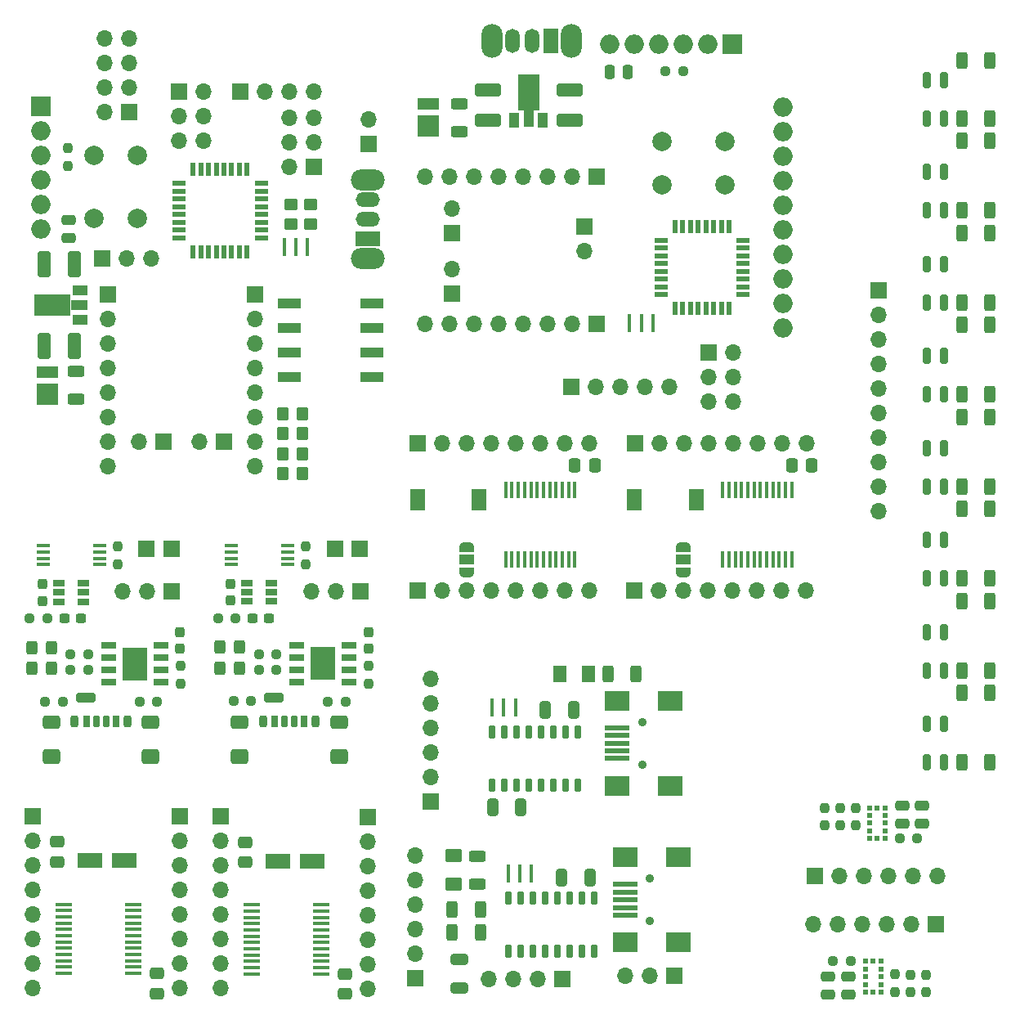
<source format=gbr>
%TF.GenerationSoftware,KiCad,Pcbnew,7.0.8*%
%TF.CreationDate,2024-03-05T23:25:34+02:00*%
%TF.ProjectId,JLC4_RoboChalangeBoards,4a4c4334-5f52-46f6-926f-4368616c616e,rev?*%
%TF.SameCoordinates,Original*%
%TF.FileFunction,Soldermask,Top*%
%TF.FilePolarity,Negative*%
%FSLAX46Y46*%
G04 Gerber Fmt 4.6, Leading zero omitted, Abs format (unit mm)*
G04 Created by KiCad (PCBNEW 7.0.8) date 2024-03-05 23:25:34*
%MOMM*%
%LPD*%
G01*
G04 APERTURE LIST*
G04 Aperture macros list*
%AMRoundRect*
0 Rectangle with rounded corners*
0 $1 Rounding radius*
0 $2 $3 $4 $5 $6 $7 $8 $9 X,Y pos of 4 corners*
0 Add a 4 corners polygon primitive as box body*
4,1,4,$2,$3,$4,$5,$6,$7,$8,$9,$2,$3,0*
0 Add four circle primitives for the rounded corners*
1,1,$1+$1,$2,$3*
1,1,$1+$1,$4,$5*
1,1,$1+$1,$6,$7*
1,1,$1+$1,$8,$9*
0 Add four rect primitives between the rounded corners*
20,1,$1+$1,$2,$3,$4,$5,0*
20,1,$1+$1,$4,$5,$6,$7,0*
20,1,$1+$1,$6,$7,$8,$9,0*
20,1,$1+$1,$8,$9,$2,$3,0*%
%AMFreePoly0*
4,1,19,0.550000,-0.750000,0.000000,-0.750000,0.000000,-0.744911,-0.071157,-0.744911,-0.207708,-0.704816,-0.327430,-0.627875,-0.420627,-0.520320,-0.479746,-0.390866,-0.500000,-0.250000,-0.500000,0.250000,-0.479746,0.390866,-0.420627,0.520320,-0.327430,0.627875,-0.207708,0.704816,-0.071157,0.744911,0.000000,0.744911,0.000000,0.750000,0.550000,0.750000,0.550000,-0.750000,0.550000,-0.750000,
$1*%
%AMFreePoly1*
4,1,19,0.000000,0.744911,0.071157,0.744911,0.207708,0.704816,0.327430,0.627875,0.420627,0.520320,0.479746,0.390866,0.500000,0.250000,0.500000,-0.250000,0.479746,-0.390866,0.420627,-0.520320,0.327430,-0.627875,0.207708,-0.704816,0.071157,-0.744911,0.000000,-0.744911,0.000000,-0.750000,-0.550000,-0.750000,-0.550000,0.750000,0.000000,0.750000,0.000000,0.744911,0.000000,0.744911,
$1*%
G04 Aperture macros list end*
%ADD10RoundRect,0.250000X-0.350000X-0.450000X0.350000X-0.450000X0.350000X0.450000X-0.350000X0.450000X0*%
%ADD11R,1.700000X1.700000*%
%ADD12O,1.700000X1.700000*%
%ADD13R,0.400000X1.900000*%
%ADD14RoundRect,0.250000X-0.750000X0.250000X-0.750000X-0.250000X0.750000X-0.250000X0.750000X0.250000X0*%
%ADD15C,2.000000*%
%ADD16R,1.750000X0.450000*%
%ADD17R,1.200000X0.650000*%
%ADD18RoundRect,0.250000X0.325000X0.450000X-0.325000X0.450000X-0.325000X-0.450000X0.325000X-0.450000X0*%
%ADD19R,0.508000X1.422400*%
%ADD20R,1.422400X0.508000*%
%ADD21RoundRect,0.250000X-0.450000X0.350000X-0.450000X-0.350000X0.450000X-0.350000X0.450000X0.350000X0*%
%ADD22FreePoly0,270.000000*%
%ADD23R,1.500000X1.000000*%
%ADD24FreePoly1,270.000000*%
%ADD25RoundRect,0.250000X1.100000X-0.412500X1.100000X0.412500X-1.100000X0.412500X-1.100000X-0.412500X0*%
%ADD26RoundRect,0.250001X0.462499X0.624999X-0.462499X0.624999X-0.462499X-0.624999X0.462499X-0.624999X0*%
%ADD27RoundRect,0.250000X0.312500X0.625000X-0.312500X0.625000X-0.312500X-0.625000X0.312500X-0.625000X0*%
%ADD28RoundRect,0.250000X-0.625000X0.312500X-0.625000X-0.312500X0.625000X-0.312500X0.625000X0.312500X0*%
%ADD29R,1.000000X1.500000*%
%ADD30R,2.200000X3.700000*%
%ADD31R,1.000000X1.800000*%
%ADD32RoundRect,0.237500X-0.237500X0.250000X-0.237500X-0.250000X0.237500X-0.250000X0.237500X0.250000X0*%
%ADD33RoundRect,0.237500X0.237500X-0.250000X0.237500X0.250000X-0.237500X0.250000X-0.237500X-0.250000X0*%
%ADD34R,1.475000X0.450000*%
%ADD35RoundRect,0.250000X-0.312500X-0.625000X0.312500X-0.625000X0.312500X0.625000X-0.312500X0.625000X0*%
%ADD36RoundRect,0.250000X0.475000X-0.337500X0.475000X0.337500X-0.475000X0.337500X-0.475000X-0.337500X0*%
%ADD37RoundRect,0.237500X-0.250000X-0.237500X0.250000X-0.237500X0.250000X0.237500X-0.250000X0.237500X0*%
%ADD38RoundRect,0.250000X-0.325000X-0.650000X0.325000X-0.650000X0.325000X0.650000X-0.325000X0.650000X0*%
%ADD39RoundRect,0.250000X0.325000X0.650000X-0.325000X0.650000X-0.325000X-0.650000X0.325000X-0.650000X0*%
%ADD40R,1.500000X2.200000*%
%ADD41R,3.700000X2.200000*%
%ADD42R,1.800000X1.000000*%
%ADD43RoundRect,0.250000X1.050000X0.550000X-1.050000X0.550000X-1.050000X-0.550000X1.050000X-0.550000X0*%
%ADD44RoundRect,0.250000X0.475000X-0.250000X0.475000X0.250000X-0.475000X0.250000X-0.475000X-0.250000X0*%
%ADD45R,2.200000X2.200000*%
%ADD46R,2.200000X1.250000*%
%ADD47RoundRect,0.237500X-0.300000X-0.237500X0.300000X-0.237500X0.300000X0.237500X-0.300000X0.237500X0*%
%ADD48C,0.900000*%
%ADD49R,2.500000X0.500000*%
%ADD50R,2.500000X2.000000*%
%ADD51O,3.500000X2.200000*%
%ADD52R,2.500000X1.500000*%
%ADD53O,2.500000X1.500000*%
%ADD54RoundRect,0.250000X-0.250000X-0.475000X0.250000X-0.475000X0.250000X0.475000X-0.250000X0.475000X0*%
%ADD55RoundRect,0.250000X-0.337500X-0.475000X0.337500X-0.475000X0.337500X0.475000X-0.337500X0.475000X0*%
%ADD56R,2.440000X1.120000*%
%ADD57R,0.450000X1.750000*%
%ADD58RoundRect,0.250000X-0.475000X0.337500X-0.475000X-0.337500X0.475000X-0.337500X0.475000X0.337500X0*%
%ADD59RoundRect,0.250000X0.412500X1.100000X-0.412500X1.100000X-0.412500X-1.100000X0.412500X-1.100000X0*%
%ADD60RoundRect,0.197500X0.197500X0.632500X-0.197500X0.632500X-0.197500X-0.632500X0.197500X-0.632500X0*%
%ADD61RoundRect,0.049600X-0.260400X0.605400X-0.260400X-0.605400X0.260400X-0.605400X0.260400X0.605400X0*%
%ADD62RoundRect,0.250000X-0.475000X0.250000X-0.475000X-0.250000X0.475000X-0.250000X0.475000X0.250000X0*%
%ADD63RoundRect,0.250000X0.650000X-0.325000X0.650000X0.325000X-0.650000X0.325000X-0.650000X-0.325000X0*%
%ADD64RoundRect,0.237500X-0.237500X0.300000X-0.237500X-0.300000X0.237500X-0.300000X0.237500X0.300000X0*%
%ADD65RoundRect,0.250000X-0.412500X-1.100000X0.412500X-1.100000X0.412500X1.100000X-0.412500X1.100000X0*%
%ADD66R,2.000000X2.000000*%
%ADD67O,2.000000X2.000000*%
%ADD68RoundRect,0.175000X-0.175000X-0.425000X0.175000X-0.425000X0.175000X0.425000X-0.175000X0.425000X0*%
%ADD69RoundRect,0.190000X0.190000X0.410000X-0.190000X0.410000X-0.190000X-0.410000X0.190000X-0.410000X0*%
%ADD70RoundRect,0.200000X0.200000X0.400000X-0.200000X0.400000X-0.200000X-0.400000X0.200000X-0.400000X0*%
%ADD71RoundRect,0.175000X0.175000X0.425000X-0.175000X0.425000X-0.175000X-0.425000X0.175000X-0.425000X0*%
%ADD72RoundRect,0.190000X-0.190000X-0.410000X0.190000X-0.410000X0.190000X0.410000X-0.190000X0.410000X0*%
%ADD73RoundRect,0.200000X-0.200000X-0.400000X0.200000X-0.400000X0.200000X0.400000X-0.200000X0.400000X0*%
%ADD74RoundRect,0.250000X-0.650000X-0.425000X0.650000X-0.425000X0.650000X0.425000X-0.650000X0.425000X0*%
%ADD75RoundRect,0.250000X-0.650000X-0.500000X0.650000X-0.500000X0.650000X0.500000X-0.650000X0.500000X0*%
%ADD76O,2.200000X3.500000*%
%ADD77R,1.500000X2.500000*%
%ADD78O,1.500000X2.500000*%
%ADD79R,1.525000X0.700000*%
%ADD80R,2.513000X3.402000*%
%ADD81RoundRect,0.237500X0.250000X0.237500X-0.250000X0.237500X-0.250000X-0.237500X0.250000X-0.237500X0*%
%ADD82RoundRect,0.250001X0.624999X-0.462499X0.624999X0.462499X-0.624999X0.462499X-0.624999X-0.462499X0*%
%ADD83R,0.500000X0.500000*%
%ADD84RoundRect,0.250000X0.625000X-0.312500X0.625000X0.312500X-0.625000X0.312500X-0.625000X-0.312500X0*%
G04 APERTURE END LIST*
D10*
%TO.C,R7*%
X67130000Y-96540000D03*
X69130000Y-96540000D03*
%TD*%
D11*
%TO.C,J3*%
X107660000Y-148495000D03*
D12*
X105120000Y-148495000D03*
X102580000Y-148495000D03*
%TD*%
D13*
%TO.C,Y1*%
X103035000Y-80922800D03*
X104235000Y-80922800D03*
X105435000Y-80922800D03*
%TD*%
D14*
%TO.C,VCC*%
X46690000Y-119690000D03*
%TD*%
D15*
%TO.C,SW2*%
X52010000Y-63590000D03*
X52010000Y-70090000D03*
X47510000Y-63590000D03*
X47510000Y-70090000D03*
%TD*%
D11*
%TO.C,J7*%
X84660000Y-77865000D03*
D12*
X84660000Y-75325000D03*
%TD*%
D11*
%TO.C,J9*%
X99635000Y-81040000D03*
D12*
X97095000Y-81040000D03*
X94555000Y-81040000D03*
X92015000Y-81040000D03*
X89475000Y-81040000D03*
X86935000Y-81040000D03*
X84395000Y-81040000D03*
X81855000Y-81040000D03*
%TD*%
D16*
%TO.C,U2*%
X63897600Y-141166000D03*
X63897600Y-141816000D03*
X63897600Y-142466000D03*
X63897600Y-143116000D03*
X63897600Y-143766000D03*
X63897600Y-144416000D03*
X63897600Y-145066000D03*
X63897600Y-145716000D03*
X63897600Y-146366000D03*
X63897600Y-147016000D03*
X63897600Y-147666000D03*
X63897600Y-148316000D03*
X71097600Y-148316000D03*
X71097600Y-147666000D03*
X71097600Y-147016000D03*
X71097600Y-146366000D03*
X71097600Y-145716000D03*
X71097600Y-145066000D03*
X71097600Y-144416000D03*
X71097600Y-143766000D03*
X71097600Y-143116000D03*
X71097600Y-142466000D03*
X71097600Y-141816000D03*
X71097600Y-141166000D03*
%TD*%
D17*
%TO.C,U3*%
X46420000Y-109770000D03*
X46420000Y-108820000D03*
X46420000Y-107870000D03*
X43920000Y-107870000D03*
X43920000Y-108820000D03*
X43920000Y-109770000D03*
%TD*%
D18*
%TO.C,D1*%
X62620000Y-116680000D03*
X60570000Y-116680000D03*
%TD*%
D19*
%TO.C,U1*%
X57807201Y-73565000D03*
X58607199Y-73565000D03*
X59407200Y-73565000D03*
X60207201Y-73565000D03*
X61007199Y-73565000D03*
X61807200Y-73565000D03*
X62607199Y-73565000D03*
X63407199Y-73565000D03*
D20*
X64874400Y-72097799D03*
X64874400Y-71297801D03*
X64874400Y-70497800D03*
X64874400Y-69697799D03*
X64874400Y-68897801D03*
X64874400Y-68097800D03*
X64874400Y-67297801D03*
X64874400Y-66497801D03*
D19*
X63407199Y-65030600D03*
X62607201Y-65030600D03*
X61807200Y-65030600D03*
X61007199Y-65030600D03*
X60207201Y-65030600D03*
X59407200Y-65030600D03*
X58607201Y-65030600D03*
X57807201Y-65030600D03*
D20*
X56340000Y-66497801D03*
X56340000Y-67297799D03*
X56340000Y-68097800D03*
X56340000Y-68897801D03*
X56340000Y-69697799D03*
X56340000Y-70497800D03*
X56340000Y-71297799D03*
X56340000Y-72097799D03*
%TD*%
D18*
%TO.C,D2*%
X43122000Y-114515000D03*
X41072000Y-114515000D03*
%TD*%
D21*
%TO.C,R11*%
X67930000Y-68680000D03*
X67930000Y-70680000D03*
%TD*%
D22*
%TO.C,JP1*%
X86120000Y-104120000D03*
D23*
X86120000Y-105420000D03*
D24*
X86120000Y-106720000D03*
%TD*%
D11*
%TO.C,J1*%
X98335000Y-70940000D03*
D12*
X98335000Y-73480000D03*
%TD*%
D18*
%TO.C,D2*%
X62620000Y-114500000D03*
X60570000Y-114500000D03*
%TD*%
D25*
%TO.C,C3*%
X88330000Y-59925000D03*
X88330000Y-56800000D03*
%TD*%
D26*
%TO.C,LED*%
X98762500Y-117265000D03*
X95787500Y-117265000D03*
%TD*%
D27*
%TO.C,R15*%
X140371250Y-119230000D03*
X137446250Y-119230000D03*
%TD*%
%TO.C,R7*%
X140371250Y-100155000D03*
X137446250Y-100155000D03*
%TD*%
D11*
%TO.C,J8*%
X48350000Y-74260000D03*
D12*
X50890000Y-74260000D03*
X53430000Y-74260000D03*
%TD*%
D28*
%TO.C,R1*%
X45657800Y-85927200D03*
X45657800Y-88852200D03*
%TD*%
D29*
%TO.C,U2*%
X91060000Y-59940000D03*
D30*
X92560000Y-57040000D03*
D31*
X92560000Y-59790000D03*
D29*
X94060000Y-59940000D03*
%TD*%
D13*
%TO.C,Y1*%
X69640000Y-73080000D03*
X68440000Y-73080000D03*
X67240000Y-73080000D03*
%TD*%
D25*
%TO.C,C2*%
X96810000Y-59925000D03*
X96810000Y-56800000D03*
%TD*%
D13*
%TO.C,12MHz*%
X88795000Y-120745000D03*
X89995000Y-120745000D03*
X91195000Y-120745000D03*
%TD*%
D32*
%TO.C,R2*%
X126450000Y-131125000D03*
X126450000Y-132950000D03*
%TD*%
D33*
%TO.C,R20*%
X49990000Y-105892500D03*
X49990000Y-104067500D03*
%TD*%
D34*
%TO.C,U2*%
X61750000Y-103990000D03*
X61750000Y-104640000D03*
X61750000Y-105290000D03*
X61750000Y-105940000D03*
X67626000Y-105940000D03*
X67626000Y-105290000D03*
X67626000Y-104640000D03*
X67626000Y-103990000D03*
%TD*%
D35*
%TO.C,R2*%
X84637500Y-141655000D03*
X87562500Y-141655000D03*
%TD*%
D22*
%TO.C,JP1*%
X108606000Y-104120000D03*
D23*
X108606000Y-105420000D03*
D24*
X108606000Y-106720000D03*
%TD*%
D36*
%TO.C,C4*%
X43750000Y-136717500D03*
X43750000Y-134642500D03*
%TD*%
D11*
%TO.C,J2*%
X97017200Y-87522800D03*
D12*
X99557200Y-87522800D03*
X102097200Y-87522800D03*
X104637200Y-87522800D03*
X107177200Y-87522800D03*
%TD*%
D37*
%TO.C,R1*%
X45109500Y-116865000D03*
X46934500Y-116865000D03*
%TD*%
D38*
%TO.C,C4*%
X95945000Y-138335000D03*
X98895000Y-138335000D03*
%TD*%
D39*
%TO.C,100nF*%
X97270000Y-120945000D03*
X94320000Y-120945000D03*
%TD*%
D21*
%TO.C,R12*%
X69940000Y-68680000D03*
X69940000Y-70680000D03*
%TD*%
D40*
%TO.C,L1*%
X81030000Y-99190000D03*
X87430000Y-99190000D03*
%TD*%
D37*
%TO.C,R4*%
X124117500Y-147010000D03*
X125942500Y-147010000D03*
%TD*%
D11*
%TO.C,J7*%
X60966186Y-93190228D03*
D12*
X58426186Y-93190228D03*
%TD*%
D27*
%TO.C,R6*%
X140371250Y-69280000D03*
X137446250Y-69280000D03*
%TD*%
D23*
%TO.C,U2*%
X46128750Y-80590000D03*
D41*
X43228750Y-79090000D03*
D42*
X45978750Y-79090000D03*
D23*
X46128750Y-77590000D03*
%TD*%
D27*
%TO.C,R11*%
X140371250Y-109705000D03*
X137446250Y-109705000D03*
%TD*%
D11*
%TO.C,SW1*%
X75118000Y-108685000D03*
D12*
X72578000Y-108685000D03*
X70038000Y-108685000D03*
%TD*%
D35*
%TO.C,R3*%
X84657500Y-143985000D03*
X87582500Y-143985000D03*
%TD*%
D43*
%TO.C,C3*%
X70187600Y-136656000D03*
X66587600Y-136656000D03*
%TD*%
D44*
%TO.C,C3*%
X44895000Y-72140000D03*
X44895000Y-70240000D03*
%TD*%
D45*
%TO.C,D1*%
X82185000Y-60490000D03*
D46*
X82185000Y-58215000D03*
%TD*%
D11*
%TO.C,J3*%
X53000000Y-104280000D03*
%TD*%
D37*
%TO.C,R2*%
X64607500Y-115230000D03*
X66432500Y-115230000D03*
%TD*%
D43*
%TO.C,C3*%
X50700000Y-136600000D03*
X47100000Y-136600000D03*
%TD*%
D37*
%TO.C,R1*%
X106727500Y-54890000D03*
X108552500Y-54890000D03*
%TD*%
D11*
%TO.C,J20*%
X48948586Y-77952500D03*
D12*
X48948586Y-80492500D03*
X48948586Y-83032500D03*
X48948586Y-85572500D03*
X48948586Y-88112500D03*
X48948586Y-90652500D03*
X48948586Y-93192500D03*
X48948586Y-95732500D03*
%TD*%
D11*
%TO.C,J2*%
X70320000Y-64730000D03*
D12*
X67780000Y-64730000D03*
X70320000Y-62190000D03*
X67780000Y-62190000D03*
X70320000Y-59650000D03*
X67780000Y-59650000D03*
%TD*%
D47*
%TO.C,C3*%
X63975500Y-111515000D03*
X65700500Y-111515000D03*
%TD*%
D48*
%TO.C,USB*%
X104320000Y-126620000D03*
X104320000Y-122220000D03*
D49*
X101720000Y-126020000D03*
X101720000Y-125220000D03*
X101720000Y-124420000D03*
X101720000Y-123620000D03*
X101720000Y-122820000D03*
D50*
X101720000Y-128820000D03*
X107220000Y-128820000D03*
X101720000Y-120020000D03*
X107220000Y-120020000D03*
%TD*%
D37*
%TO.C,R19*%
X40877500Y-111530000D03*
X42702500Y-111530000D03*
%TD*%
D11*
%TO.C,J2*%
X75098000Y-104265000D03*
%TD*%
D51*
%TO.C,SW1*%
X75890000Y-74290000D03*
X75890000Y-66090000D03*
D52*
X75890000Y-72190000D03*
D53*
X75890000Y-70190000D03*
X75890000Y-68190000D03*
%TD*%
D54*
%TO.C,C6*%
X100965000Y-54910000D03*
X102865000Y-54910000D03*
%TD*%
D55*
%TO.C,C5*%
X97342500Y-95710000D03*
X99417500Y-95710000D03*
%TD*%
D17*
%TO.C,U3*%
X65918000Y-109755000D03*
X65918000Y-108805000D03*
X65918000Y-107855000D03*
X63418000Y-107855000D03*
X63418000Y-108805000D03*
X63418000Y-109755000D03*
%TD*%
D10*
%TO.C,R10*%
X67130000Y-90300000D03*
X69130000Y-90300000D03*
%TD*%
D56*
%TO.C,SW3*%
X67760000Y-78870000D03*
X67760000Y-81410000D03*
X67760000Y-83950000D03*
X67760000Y-86490000D03*
X76370000Y-86490000D03*
X76370000Y-83950000D03*
X76370000Y-81410000D03*
X76370000Y-78870000D03*
%TD*%
D57*
%TO.C,U2*%
X112686000Y-105380000D03*
X113336000Y-105380000D03*
X113986000Y-105380000D03*
X114636000Y-105380000D03*
X115286000Y-105380000D03*
X115936000Y-105380000D03*
X116586000Y-105380000D03*
X117236000Y-105380000D03*
X117886000Y-105380000D03*
X118536000Y-105380000D03*
X119186000Y-105380000D03*
X119836000Y-105380000D03*
X119836000Y-98180000D03*
X119186000Y-98180000D03*
X118536000Y-98180000D03*
X117886000Y-98180000D03*
X117236000Y-98180000D03*
X116586000Y-98180000D03*
X115936000Y-98180000D03*
X115286000Y-98180000D03*
X114636000Y-98180000D03*
X113986000Y-98180000D03*
X113336000Y-98180000D03*
X112686000Y-98180000D03*
%TD*%
D32*
%TO.C,R1*%
X124850000Y-131120000D03*
X124850000Y-132945000D03*
%TD*%
D11*
%TO.C,SW1*%
X55620000Y-108700000D03*
D12*
X53080000Y-108700000D03*
X50540000Y-108700000D03*
%TD*%
D35*
%TO.C,2.7K*%
X100782500Y-117245000D03*
X103707500Y-117245000D03*
%TD*%
D27*
%TO.C,R9*%
X140371250Y-116905000D03*
X137446250Y-116905000D03*
%TD*%
D33*
%TO.C,R3*%
X133710000Y-150212500D03*
X133710000Y-148387500D03*
%TD*%
D58*
%TO.C,C5*%
X54080000Y-148252500D03*
X54080000Y-150327500D03*
%TD*%
D10*
%TO.C,R9*%
X67130000Y-92380000D03*
X69130000Y-92380000D03*
%TD*%
D59*
%TO.C,C1*%
X45511250Y-74880000D03*
X42386250Y-74880000D03*
%TD*%
D18*
%TO.C,D1*%
X43122000Y-116695000D03*
X41072000Y-116695000D03*
%TD*%
D11*
%TO.C,J3*%
X111245000Y-83960000D03*
D12*
X113785000Y-83960000D03*
X111245000Y-86500000D03*
X113785000Y-86500000D03*
X111245000Y-89040000D03*
X113785000Y-89040000D03*
%TD*%
D60*
%TO.C,U7*%
X135633750Y-122430000D03*
X135633750Y-126430000D03*
X133833750Y-122430000D03*
X133833750Y-126430000D03*
%TD*%
D61*
%TO.C,U2*%
X99332500Y-140487500D03*
X98062500Y-140487500D03*
X96792500Y-140487500D03*
X95522500Y-140487500D03*
X94252500Y-140487500D03*
X92982500Y-140487500D03*
X91712500Y-140487500D03*
X90442500Y-140487500D03*
X90442500Y-145987500D03*
X91712500Y-145987500D03*
X92982500Y-145987500D03*
X94252500Y-145987500D03*
X95522500Y-145987500D03*
X96792500Y-145987500D03*
X98062500Y-145987500D03*
X99332500Y-145987500D03*
%TD*%
D33*
%TO.C,R1*%
X132090000Y-150200000D03*
X132090000Y-148375000D03*
%TD*%
D58*
%TO.C,C5*%
X73567600Y-148308500D03*
X73567600Y-150383500D03*
%TD*%
D32*
%TO.C,R3*%
X123230000Y-131107500D03*
X123230000Y-132932500D03*
%TD*%
%TO.C,R2*%
X44800000Y-62857500D03*
X44800000Y-64682500D03*
%TD*%
D62*
%TO.C,C2*%
X123610000Y-148570000D03*
X123610000Y-150470000D03*
%TD*%
D63*
%TO.C,C6*%
X85350000Y-149790000D03*
X85350000Y-146840000D03*
%TD*%
D33*
%TO.C,R20*%
X69488000Y-105877500D03*
X69488000Y-104052500D03*
%TD*%
D64*
%TO.C,C2*%
X56470000Y-112927500D03*
X56470000Y-114652500D03*
%TD*%
D11*
%TO.C,J6*%
X84660000Y-71615000D03*
D12*
X84660000Y-69075000D03*
%TD*%
D14*
%TO.C,VCC*%
X66188000Y-119675000D03*
%TD*%
D65*
%TO.C,C2*%
X42396250Y-83340000D03*
X45521250Y-83340000D03*
%TD*%
D27*
%TO.C,R10*%
X140371250Y-78805000D03*
X137446250Y-78805000D03*
%TD*%
D64*
%TO.C,C1*%
X42170000Y-107957500D03*
X42170000Y-109682500D03*
%TD*%
D57*
%TO.C,U2*%
X90200000Y-105380000D03*
X90850000Y-105380000D03*
X91500000Y-105380000D03*
X92150000Y-105380000D03*
X92800000Y-105380000D03*
X93450000Y-105380000D03*
X94100000Y-105380000D03*
X94750000Y-105380000D03*
X95400000Y-105380000D03*
X96050000Y-105380000D03*
X96700000Y-105380000D03*
X97350000Y-105380000D03*
X97350000Y-98180000D03*
X96700000Y-98180000D03*
X96050000Y-98180000D03*
X95400000Y-98180000D03*
X94750000Y-98180000D03*
X94100000Y-98180000D03*
X93450000Y-98180000D03*
X92800000Y-98180000D03*
X92150000Y-98180000D03*
X91500000Y-98180000D03*
X90850000Y-98180000D03*
X90200000Y-98180000D03*
%TD*%
D10*
%TO.C,R8*%
X67130000Y-94460000D03*
X69130000Y-94460000D03*
%TD*%
D11*
%TO.C,J10*%
X62695126Y-56974874D03*
D12*
X65235126Y-56974874D03*
X67775126Y-56974874D03*
X70315126Y-56974874D03*
%TD*%
D61*
%TO.C,CH340G*%
X97667500Y-123297500D03*
X96397500Y-123297500D03*
X95127500Y-123297500D03*
X93857500Y-123297500D03*
X92587500Y-123297500D03*
X91317500Y-123297500D03*
X90047500Y-123297500D03*
X88777500Y-123297500D03*
X88777500Y-128797500D03*
X90047500Y-128797500D03*
X91317500Y-128797500D03*
X92587500Y-128797500D03*
X93857500Y-128797500D03*
X95127500Y-128797500D03*
X96397500Y-128797500D03*
X97667500Y-128797500D03*
%TD*%
D33*
%TO.C,R5*%
X75978000Y-118237500D03*
X75978000Y-116412500D03*
%TD*%
D27*
%TO.C,R12*%
X140371250Y-71605000D03*
X137446250Y-71605000D03*
%TD*%
D11*
%TO.C,J4*%
X80840000Y-148785000D03*
D12*
X80840000Y-146245000D03*
X80840000Y-143705000D03*
X80840000Y-141165000D03*
X80840000Y-138625000D03*
X80840000Y-136085000D03*
%TD*%
D64*
%TO.C,C2*%
X75968000Y-112912500D03*
X75968000Y-114637500D03*
%TD*%
D44*
%TO.C,C1*%
X131240000Y-132760000D03*
X131240000Y-130860000D03*
%TD*%
D11*
%TO.C,J21*%
X64213586Y-77967500D03*
D12*
X64213586Y-80507500D03*
X64213586Y-83047500D03*
X64213586Y-85587500D03*
X64213586Y-88127500D03*
X64213586Y-90667500D03*
X64213586Y-93207500D03*
X64213586Y-95747500D03*
%TD*%
D66*
%TO.C,J5*%
X42040000Y-58460000D03*
D67*
X42040000Y-61000000D03*
X42040000Y-63540000D03*
X42040000Y-66080000D03*
X42040000Y-68620000D03*
X42040000Y-71160000D03*
%TD*%
D27*
%TO.C,R13*%
X140371250Y-126430000D03*
X137446250Y-126430000D03*
%TD*%
D68*
%TO.C,J1*%
X67278000Y-122165000D03*
D69*
X69298000Y-122165000D03*
D70*
X70528000Y-122165000D03*
D71*
X68278000Y-122165000D03*
D72*
X66258000Y-122165000D03*
D73*
X65028000Y-122165000D03*
D74*
X62653000Y-122220000D03*
D75*
X62653000Y-125800000D03*
D74*
X72903000Y-122220000D03*
D75*
X72903000Y-125800000D03*
%TD*%
D37*
%TO.C,R6*%
X52257500Y-120160000D03*
X54082500Y-120160000D03*
%TD*%
D27*
%TO.C,R3*%
X140358750Y-90655000D03*
X137433750Y-90655000D03*
%TD*%
D11*
%TO.C,REF\u002A\u002A*%
X82432500Y-130425000D03*
D12*
X82432500Y-127885000D03*
X82432500Y-125345000D03*
X82432500Y-122805000D03*
X82432500Y-120265000D03*
X82432500Y-117725000D03*
%TD*%
D11*
%TO.C,J2*%
X55600000Y-104280000D03*
%TD*%
D47*
%TO.C,C3*%
X44477500Y-111530000D03*
X46202500Y-111530000D03*
%TD*%
D27*
%TO.C,R4*%
X140371250Y-53730000D03*
X137446250Y-53730000D03*
%TD*%
D20*
%TO.C,U1*%
X106267800Y-72372801D03*
X106267800Y-73172799D03*
X106267800Y-73972800D03*
X106267800Y-74772801D03*
X106267800Y-75572799D03*
X106267800Y-76372800D03*
X106267800Y-77172799D03*
X106267800Y-77972799D03*
D19*
X107735001Y-79440000D03*
X108534999Y-79440000D03*
X109335000Y-79440000D03*
X110135001Y-79440000D03*
X110934999Y-79440000D03*
X111735000Y-79440000D03*
X112534999Y-79440000D03*
X113334999Y-79440000D03*
D20*
X114802200Y-77972799D03*
X114802200Y-77172801D03*
X114802200Y-76372800D03*
X114802200Y-75572799D03*
X114802200Y-74772801D03*
X114802200Y-73972800D03*
X114802200Y-73172801D03*
X114802200Y-72372801D03*
D19*
X113334999Y-70905600D03*
X112535001Y-70905600D03*
X111735000Y-70905600D03*
X110934999Y-70905600D03*
X110135001Y-70905600D03*
X109335000Y-70905600D03*
X108535001Y-70905600D03*
X107735001Y-70905600D03*
%TD*%
D76*
%TO.C,SW2*%
X96985000Y-51740000D03*
X88785000Y-51740000D03*
D77*
X94885000Y-51740000D03*
D78*
X92885000Y-51740000D03*
X90885000Y-51740000D03*
%TD*%
D60*
%TO.C,U1*%
X135633750Y-93855000D03*
X135633750Y-97855000D03*
X133833750Y-93855000D03*
X133833750Y-97855000D03*
%TD*%
D48*
%TO.C,J1*%
X105150000Y-142835000D03*
X105150000Y-138435000D03*
D49*
X102550000Y-142235000D03*
X102550000Y-141435000D03*
X102550000Y-140635000D03*
X102550000Y-139835000D03*
X102550000Y-139035000D03*
D50*
X102550000Y-145035000D03*
X108050000Y-145035000D03*
X102550000Y-136235000D03*
X108050000Y-136235000D03*
%TD*%
D34*
%TO.C,U2*%
X42252000Y-104005000D03*
X42252000Y-104655000D03*
X42252000Y-105305000D03*
X42252000Y-105955000D03*
X48128000Y-105955000D03*
X48128000Y-105305000D03*
X48128000Y-104655000D03*
X48128000Y-104005000D03*
%TD*%
D37*
%TO.C,R2*%
X45109500Y-115245000D03*
X46934500Y-115245000D03*
%TD*%
D13*
%TO.C,Y1*%
X92860000Y-137935000D03*
X91660000Y-137935000D03*
X90460000Y-137935000D03*
%TD*%
D11*
%TO.C,J2*%
X96030000Y-148815000D03*
D12*
X93490000Y-148815000D03*
X90950000Y-148815000D03*
X88410000Y-148815000D03*
%TD*%
D60*
%TO.C,U4*%
X135633750Y-65280000D03*
X135633750Y-69280000D03*
X133833750Y-65280000D03*
X133833750Y-69280000D03*
%TD*%
%TO.C,U5*%
X135633750Y-112905000D03*
X135633750Y-116905000D03*
X133833750Y-112905000D03*
X133833750Y-116905000D03*
%TD*%
D79*
%TO.C,U1*%
X73972000Y-118095000D03*
X73972000Y-116825000D03*
X73972000Y-115555000D03*
X73972000Y-114285000D03*
X68548000Y-114285000D03*
X68548000Y-115555000D03*
X68548000Y-116825000D03*
X68548000Y-118095000D03*
D80*
X71260000Y-116190000D03*
%TD*%
D81*
%TO.C,R7*%
X44322500Y-120110000D03*
X42497500Y-120110000D03*
%TD*%
D62*
%TO.C,C1*%
X125700000Y-148560000D03*
X125700000Y-150460000D03*
%TD*%
D33*
%TO.C,R5*%
X56480000Y-118252500D03*
X56480000Y-116427500D03*
%TD*%
D39*
%TO.C,100nF*%
X91770000Y-131095000D03*
X88820000Y-131095000D03*
%TD*%
D27*
%TO.C,R5*%
X140371250Y-107380000D03*
X137446250Y-107380000D03*
%TD*%
%TO.C,R16*%
X140371250Y-81130000D03*
X137446250Y-81130000D03*
%TD*%
D36*
%TO.C,C4*%
X63237600Y-136773500D03*
X63237600Y-134698500D03*
%TD*%
D40*
%TO.C,L1*%
X103516000Y-99190000D03*
X109916000Y-99190000D03*
%TD*%
D27*
%TO.C,R14*%
X140371250Y-88330000D03*
X137446250Y-88330000D03*
%TD*%
D45*
%TO.C,D1*%
X42678750Y-88270000D03*
D46*
X42678750Y-85995000D03*
%TD*%
D33*
%TO.C,R2*%
X130490000Y-150195000D03*
X130490000Y-148370000D03*
%TD*%
D27*
%TO.C,R8*%
X140371250Y-62080000D03*
X137446250Y-62080000D03*
%TD*%
D60*
%TO.C,U6*%
X135633750Y-74805000D03*
X135633750Y-78805000D03*
X133833750Y-74805000D03*
X133833750Y-78805000D03*
%TD*%
D27*
%TO.C,R2*%
X140371250Y-59755000D03*
X137446250Y-59755000D03*
%TD*%
D64*
%TO.C,C1*%
X61668000Y-107942500D03*
X61668000Y-109667500D03*
%TD*%
D60*
%TO.C,U3*%
X135633750Y-103380000D03*
X135633750Y-107380000D03*
X133833750Y-103380000D03*
X133833750Y-107380000D03*
%TD*%
D67*
%TO.C,J5*%
X118935000Y-58590000D03*
X118935000Y-61130000D03*
X118935000Y-63670000D03*
X118935000Y-66210000D03*
X118935000Y-68750000D03*
X118935000Y-71290000D03*
X118935000Y-73830000D03*
X118935000Y-76370000D03*
X118935000Y-78910000D03*
X118935000Y-81450000D03*
%TD*%
D55*
%TO.C,C5*%
X119828500Y-95710000D03*
X121903500Y-95710000D03*
%TD*%
D11*
%TO.C,J3*%
X72498000Y-104265000D03*
%TD*%
D79*
%TO.C,U1*%
X54474000Y-118110000D03*
X54474000Y-116840000D03*
X54474000Y-115570000D03*
X54474000Y-114300000D03*
X49050000Y-114300000D03*
X49050000Y-115570000D03*
X49050000Y-116840000D03*
X49050000Y-118110000D03*
D80*
X51762000Y-116205000D03*
%TD*%
D11*
%TO.C,J8*%
X99650000Y-65775000D03*
D12*
X97110000Y-65775000D03*
X94570000Y-65775000D03*
X92030000Y-65775000D03*
X89490000Y-65775000D03*
X86950000Y-65775000D03*
X84410000Y-65775000D03*
X81870000Y-65775000D03*
%TD*%
D37*
%TO.C,R1*%
X64607500Y-116850000D03*
X66432500Y-116850000D03*
%TD*%
D27*
%TO.C,R1*%
X140371250Y-97830000D03*
X137446250Y-97830000D03*
%TD*%
D68*
%TO.C,J1*%
X47780000Y-122180000D03*
D69*
X49800000Y-122180000D03*
D70*
X51030000Y-122180000D03*
D71*
X48780000Y-122180000D03*
D72*
X46760000Y-122180000D03*
D73*
X45530000Y-122180000D03*
D74*
X43155000Y-122235000D03*
D75*
X43155000Y-125815000D03*
D74*
X53405000Y-122235000D03*
D75*
X53405000Y-125815000D03*
%TD*%
D82*
%TO.C,D1*%
X84820000Y-139022500D03*
X84820000Y-136047500D03*
%TD*%
D16*
%TO.C,U2*%
X44410000Y-141110000D03*
X44410000Y-141760000D03*
X44410000Y-142410000D03*
X44410000Y-143060000D03*
X44410000Y-143710000D03*
X44410000Y-144360000D03*
X44410000Y-145010000D03*
X44410000Y-145660000D03*
X44410000Y-146310000D03*
X44410000Y-146960000D03*
X44410000Y-147610000D03*
X44410000Y-148260000D03*
X51610000Y-148260000D03*
X51610000Y-147610000D03*
X51610000Y-146960000D03*
X51610000Y-146310000D03*
X51610000Y-145660000D03*
X51610000Y-145010000D03*
X51610000Y-144360000D03*
X51610000Y-143710000D03*
X51610000Y-143060000D03*
X51610000Y-142410000D03*
X51610000Y-141760000D03*
X51610000Y-141110000D03*
%TD*%
D37*
%TO.C,R6*%
X71755500Y-120145000D03*
X73580500Y-120145000D03*
%TD*%
D11*
%TO.C,J4*%
X56345126Y-56974874D03*
D12*
X58885126Y-56974874D03*
X56345126Y-59514874D03*
X58885126Y-59514874D03*
X56345126Y-62054874D03*
X58885126Y-62054874D03*
%TD*%
D66*
%TO.C,J4*%
X113655000Y-52060000D03*
D67*
X111115000Y-52060000D03*
X108575000Y-52060000D03*
X106035000Y-52060000D03*
X103495000Y-52060000D03*
X100955000Y-52060000D03*
%TD*%
D37*
%TO.C,R19*%
X60375500Y-111515000D03*
X62200500Y-111515000D03*
%TD*%
D81*
%TO.C,R7*%
X63820500Y-120095000D03*
X61995500Y-120095000D03*
%TD*%
D60*
%TO.C,U2*%
X135633750Y-55755000D03*
X135633750Y-59755000D03*
X133833750Y-55755000D03*
X133833750Y-59755000D03*
%TD*%
D11*
%TO.C,J6*%
X54716186Y-93190228D03*
D12*
X52176186Y-93190228D03*
%TD*%
D83*
%TO.C,U1*%
X127460000Y-150210000D03*
X127460000Y-149410000D03*
X127460000Y-148610000D03*
X127460000Y-147810000D03*
X127460000Y-147010000D03*
X128260000Y-147010000D03*
X129060000Y-147010000D03*
X129060000Y-147810000D03*
X129060000Y-148610000D03*
X129060000Y-149410000D03*
X129060000Y-150210000D03*
X128260000Y-150210000D03*
%TD*%
D44*
%TO.C,C2*%
X133330000Y-132750000D03*
X133330000Y-130850000D03*
%TD*%
D15*
%TO.C,SW1*%
X106387200Y-62122800D03*
X112887200Y-62122800D03*
X106387200Y-66622800D03*
X112887200Y-66622800D03*
%TD*%
D11*
%TO.C,J9*%
X51145000Y-59070000D03*
D12*
X48605000Y-59070000D03*
X51145000Y-56530000D03*
X48605000Y-56530000D03*
X51145000Y-53990000D03*
X48605000Y-53990000D03*
X51145000Y-51450000D03*
X48605000Y-51450000D03*
%TD*%
D60*
%TO.C,U8*%
X135633750Y-84330000D03*
X135633750Y-88330000D03*
X133833750Y-84330000D03*
X133833750Y-88330000D03*
%TD*%
D28*
%TO.C,R2*%
X85385000Y-58227500D03*
X85385000Y-61152500D03*
%TD*%
D84*
%TO.C,R1*%
X87240000Y-139027500D03*
X87240000Y-136102500D03*
%TD*%
D83*
%TO.C,U1*%
X129480000Y-131110000D03*
X129480000Y-131910000D03*
X129480000Y-132710000D03*
X129480000Y-133510000D03*
X129480000Y-134310000D03*
X128680000Y-134310000D03*
X127880000Y-134310000D03*
X127880000Y-133510000D03*
X127880000Y-132710000D03*
X127880000Y-131910000D03*
X127880000Y-131110000D03*
X128680000Y-131110000D03*
%TD*%
D11*
%TO.C,J1*%
X76030000Y-62370000D03*
D12*
X76030000Y-59830000D03*
%TD*%
D81*
%TO.C,R4*%
X132822500Y-134310000D03*
X130997500Y-134310000D03*
%TD*%
D11*
%TO.C,J1*%
X41172400Y-131974000D03*
D12*
X41172400Y-134514000D03*
X41172400Y-137054000D03*
X41172400Y-139594000D03*
X41172400Y-142134000D03*
X41172400Y-144674000D03*
X41172400Y-147214000D03*
X41172400Y-149754000D03*
%TD*%
D11*
%TO.C,J1*%
X60660000Y-132030000D03*
D12*
X60660000Y-134570000D03*
X60660000Y-137110000D03*
X60660000Y-139650000D03*
X60660000Y-142190000D03*
X60660000Y-144730000D03*
X60660000Y-147270000D03*
X60660000Y-149810000D03*
%TD*%
D11*
%TO.C,J2*%
X103565000Y-93352600D03*
D12*
X106105000Y-93352600D03*
X108645000Y-93352600D03*
X111185000Y-93352600D03*
X113725000Y-93352600D03*
X116265000Y-93352600D03*
X118805000Y-93352600D03*
X121345000Y-93352600D03*
%TD*%
D11*
%TO.C,J1*%
X122210000Y-138130000D03*
D12*
X124750000Y-138130000D03*
X127290000Y-138130000D03*
X129830000Y-138130000D03*
X132370000Y-138130000D03*
X134910000Y-138130000D03*
%TD*%
D11*
%TO.C,J1*%
X103550000Y-108617600D03*
D12*
X106090000Y-108617600D03*
X108630000Y-108617600D03*
X111170000Y-108617600D03*
X113710000Y-108617600D03*
X116250000Y-108617600D03*
X118790000Y-108617600D03*
X121330000Y-108617600D03*
%TD*%
D11*
%TO.C,J1*%
X134730000Y-143190000D03*
D12*
X132190000Y-143190000D03*
X129650000Y-143190000D03*
X127110000Y-143190000D03*
X124570000Y-143190000D03*
X122030000Y-143190000D03*
%TD*%
D11*
%TO.C,J1*%
X81064000Y-108617600D03*
D12*
X83604000Y-108617600D03*
X86144000Y-108617600D03*
X88684000Y-108617600D03*
X91224000Y-108617600D03*
X93764000Y-108617600D03*
X96304000Y-108617600D03*
X98844000Y-108617600D03*
%TD*%
D11*
%TO.C,J2*%
X56437400Y-131989000D03*
D12*
X56437400Y-134529000D03*
X56437400Y-137069000D03*
X56437400Y-139609000D03*
X56437400Y-142149000D03*
X56437400Y-144689000D03*
X56437400Y-147229000D03*
X56437400Y-149769000D03*
%TD*%
D11*
%TO.C,J2*%
X81079000Y-93352600D03*
D12*
X83619000Y-93352600D03*
X86159000Y-93352600D03*
X88699000Y-93352600D03*
X91239000Y-93352600D03*
X93779000Y-93352600D03*
X96319000Y-93352600D03*
X98859000Y-93352600D03*
%TD*%
D11*
%TO.C,J2*%
X75925000Y-132045000D03*
D12*
X75925000Y-134585000D03*
X75925000Y-137125000D03*
X75925000Y-139665000D03*
X75925000Y-142205000D03*
X75925000Y-144745000D03*
X75925000Y-147285000D03*
X75925000Y-149825000D03*
%TD*%
D11*
%TO.C,J1*%
X128783750Y-77590000D03*
D12*
X128783750Y-80130000D03*
X128783750Y-82670000D03*
X128783750Y-85210000D03*
X128783750Y-87750000D03*
X128783750Y-90290000D03*
X128783750Y-92830000D03*
X128783750Y-95370000D03*
X128783750Y-97910000D03*
X128783750Y-100450000D03*
%TD*%
M02*

</source>
